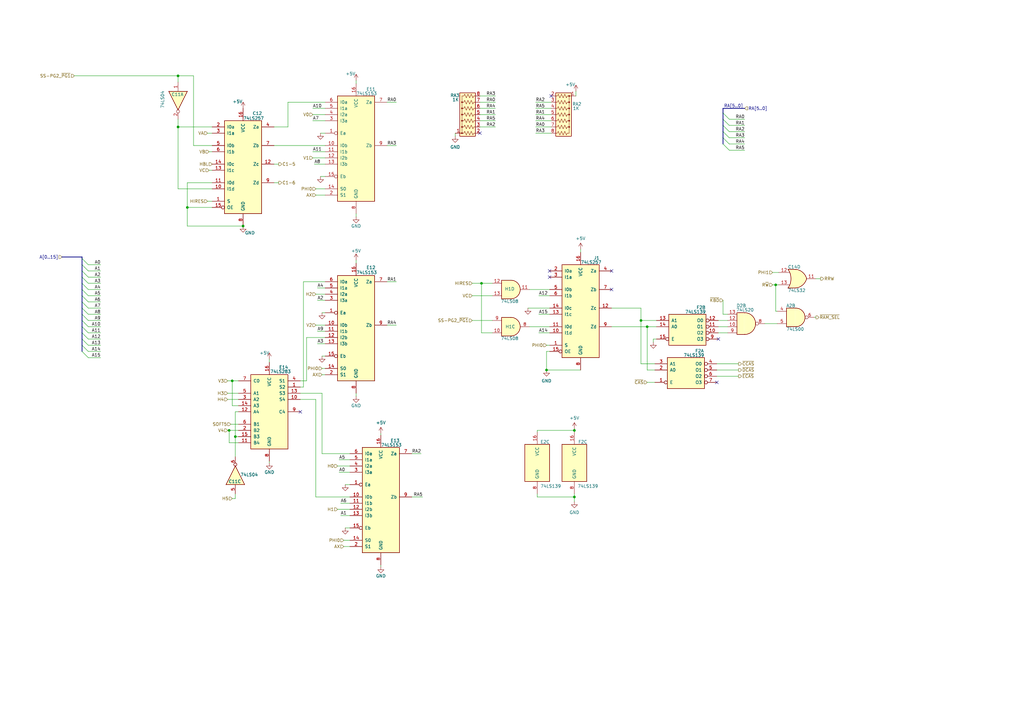
<source format=kicad_sch>
(kicad_sch (version 20230121) (generator eeschema)
  (paper "A3")
  (title_block (title "Apple II+ Schematic") (rev "0") (comment 1 "Captured from the Apple II Reference Manual (1979)"))
  (lib_symbols
    (symbol "74xx:74LS00" (pin_names (offset 1.016))
      (property "Reference" "U" (at 0 1.27 0))
      (property "Value" "74LS00" (at 0 -1.27 0))
      (symbol "74LS00_1_1"
        (pin input line (at -7.62 2.54 0) (length 3.81) (name "~") (number "1"))
        (pin input line (at -7.62 -2.54 0) (length 3.81) (name "~") (number "2"))
        (pin output inverted (at 7.62 0 180) (length 3.81) (name "~") (number "3"))
      )
      (symbol "74LS00_1_2"
        (pin input inverted (at -7.62 2.54 0) (length 4.318) (name "~") (number "1"))
        (pin input inverted (at -7.62 -2.54 0) (length 4.318) (name "~") (number "2"))
        (pin output line (at 7.62 0 180) (length 3.81) (name "~") (number "3"))
      )
      (symbol "74LS00_2_1"
        (pin input line (at -7.62 2.54 0) (length 3.81) (name "~") (number "4"))
        (pin input line (at -7.62 -2.54 0) (length 3.81) (name "~") (number "5"))
        (pin output inverted (at 7.62 0 180) (length 3.81) (name "~") (number "6"))
      )
      (symbol "74LS00_2_2"
        (pin input inverted (at -7.62 2.54 0) (length 4.318) (name "~") (number "4"))
        (pin input inverted (at -7.62 -2.54 0) (length 4.318) (name "~") (number "5"))
        (pin output line (at 7.62 0 180) (length 3.81) (name "~") (number "6"))
      )
      (symbol "74LS00_3_1"
        (pin input line (at -7.62 -2.54 0) (length 3.81) (name "~") (number "10"))
        (pin output inverted (at 7.62 0 180) (length 3.81) (name "~") (number "8"))
        (pin input line (at -7.62 2.54 0) (length 3.81) (name "~") (number "9"))
      )
      (symbol "74LS00_3_2"
        (pin input inverted (at -7.62 -2.54 0) (length 4.318) (name "~") (number "10"))
        (pin output line (at 7.62 0 180) (length 3.81) (name "~") (number "8"))
        (pin input inverted (at -7.62 2.54 0) (length 4.318) (name "~") (number "9"))
      )
      (symbol "74LS00_4_1"
        (pin output inverted (at 7.62 0 180) (length 3.81) (name "~") (number "11"))
        (pin input line (at -7.62 2.54 0) (length 3.81) (name "~") (number "12"))
        (pin input line (at -7.62 -2.54 0) (length 3.81) (name "~") (number "13"))
      )
      (symbol "74LS00_4_2"
        (pin output line (at 7.62 0 180) (length 3.81) (name "~") (number "11"))
        (pin input inverted (at -7.62 2.54 0) (length 4.318) (name "~") (number "12"))
        (pin input inverted (at -7.62 -2.54 0) (length 4.318) (name "~") (number "13"))
      )
      (symbol "74LS00_5_0"
        (pin power_in line (at 0 12.7 270) (length 5.08) (name "VCC") (number "14"))
        (pin power_in line (at 0 -12.7 90) (length 5.08) (name "GND") (number "7"))
      )
    )
    (symbol "74xx:74LS04"
      (property "Reference" "U" (at 0 1.27 0))
      (property "Value" "74LS04" (at 0 -1.27 0))
      (symbol "74LS04_1_0"
        (pin input line (at -7.62 0 0) (length 3.81) (name "~") (number "1"))
        (pin output inverted (at 7.62 0 180) (length 3.81) (name "~") (number "2"))
      )
      (symbol "74LS04_2_0"
        (pin input line (at -7.62 0 0) (length 3.81) (name "~") (number "3"))
        (pin output inverted (at 7.62 0 180) (length 3.81) (name "~") (number "4"))
      )
      (symbol "74LS04_3_0"
        (pin input line (at -7.62 0 0) (length 3.81) (name "~") (number "5"))
        (pin output inverted (at 7.62 0 180) (length 3.81) (name "~") (number "6"))
      )
      (symbol "74LS04_4_0"
        (pin output inverted (at 7.62 0 180) (length 3.81) (name "~") (number "8"))
        (pin input line (at -7.62 0 0) (length 3.81) (name "~") (number "9"))
      )
      (symbol "74LS04_5_0"
        (pin output inverted (at 7.62 0 180) (length 3.81) (name "~") (number "10"))
        (pin input line (at -7.62 0 0) (length 3.81) (name "~") (number "11"))
      )
      (symbol "74LS04_6_0"
        (pin output inverted (at 7.62 0 180) (length 3.81) (name "~") (number "12"))
        (pin input line (at -7.62 0 0) (length 3.81) (name "~") (number "13"))
      )
      (symbol "74LS04_7_0"
        (pin power_in line (at 0 12.7 270) (length 5.08) (name "VCC") (number "14"))
        (pin power_in line (at 0 -12.7 90) (length 5.08) (name "GND") (number "7"))
      )
    )
    (symbol "74xx:74LS08" (pin_names (offset 1.016))
      (property "Reference" "U" (at 0 1.27 0))
      (property "Value" "74LS08" (at 0 -1.27 0))
      (symbol "74LS08_1_1"
        (pin input line (at -7.62 2.54 0) (length 3.81) (name "~") (number "1"))
        (pin input line (at -7.62 -2.54 0) (length 3.81) (name "~") (number "2"))
        (pin output line (at 7.62 0 180) (length 3.81) (name "~") (number "3"))
      )
      (symbol "74LS08_1_2"
        (pin input inverted (at -7.62 2.54 0) (length 4.318) (name "~") (number "1"))
        (pin input inverted (at -7.62 -2.54 0) (length 4.318) (name "~") (number "2"))
        (pin output inverted (at 7.62 0 180) (length 3.81) (name "~") (number "3"))
      )
      (symbol "74LS08_2_1"
        (pin input line (at -7.62 2.54 0) (length 3.81) (name "~") (number "4"))
        (pin input line (at -7.62 -2.54 0) (length 3.81) (name "~") (number "5"))
        (pin output line (at 7.62 0 180) (length 3.81) (name "~") (number "6"))
      )
      (symbol "74LS08_2_2"
        (pin input inverted (at -7.62 2.54 0) (length 4.318) (name "~") (number "4"))
        (pin input inverted (at -7.62 -2.54 0) (length 4.318) (name "~") (number "5"))
        (pin output inverted (at 7.62 0 180) (length 3.81) (name "~") (number "6"))
      )
      (symbol "74LS08_3_1"
        (pin input line (at -7.62 -2.54 0) (length 3.81) (name "~") (number "10"))
        (pin output line (at 7.62 0 180) (length 3.81) (name "~") (number "8"))
        (pin input line (at -7.62 2.54 0) (length 3.81) (name "~") (number "9"))
      )
      (symbol "74LS08_3_2"
        (pin input inverted (at -7.62 -2.54 0) (length 4.318) (name "~") (number "10"))
        (pin output inverted (at 7.62 0 180) (length 3.81) (name "~") (number "8"))
        (pin input inverted (at -7.62 2.54 0) (length 4.318) (name "~") (number "9"))
      )
      (symbol "74LS08_4_1"
        (pin output line (at 7.62 0 180) (length 3.81) (name "~") (number "11"))
        (pin input line (at -7.62 2.54 0) (length 3.81) (name "~") (number "12"))
        (pin input line (at -7.62 -2.54 0) (length 3.81) (name "~") (number "13"))
      )
      (symbol "74LS08_4_2"
        (pin output inverted (at 7.62 0 180) (length 3.81) (name "~") (number "11"))
        (pin input inverted (at -7.62 2.54 0) (length 4.318) (name "~") (number "12"))
        (pin input inverted (at -7.62 -2.54 0) (length 4.318) (name "~") (number "13"))
      )
      (symbol "74LS08_5_0"
        (pin power_in line (at 0 12.7 270) (length 5.08) (name "VCC") (number "14"))
        (pin power_in line (at 0 -12.7 90) (length 5.08) (name "GND") (number "7"))
      )
    )
    (symbol "74xx:74LS139" (pin_names (offset 1.016))
      (property "Reference" "U" (at -7.62 8.89 0))
      (property "Value" "74LS139" (at -7.62 -8.89 0))
      (symbol "74LS139_1_0"
        (pin input inverted (at -12.7 -5.08 0) (length 5.08) (name "E") (number "1"))
        (pin input line (at -12.7 0 0) (length 5.08) (name "A0") (number "2"))
        (pin input line (at -12.7 2.54 0) (length 5.08) (name "A1") (number "3"))
        (pin output inverted (at 12.7 2.54 180) (length 5.08) (name "O0") (number "4"))
        (pin output inverted (at 12.7 0 180) (length 5.08) (name "O1") (number "5"))
        (pin output inverted (at 12.7 -2.54 180) (length 5.08) (name "O2") (number "6"))
        (pin output inverted (at 12.7 -5.08 180) (length 5.08) (name "O3") (number "7"))
      )
      (symbol "74LS139_2_0"
        (pin output inverted (at 12.7 -2.54 180) (length 5.08) (name "O2") (number "10"))
        (pin output inverted (at 12.7 0 180) (length 5.08) (name "O1") (number "11"))
        (pin output inverted (at 12.7 2.54 180) (length 5.08) (name "O0") (number "12"))
        (pin input line (at -12.7 2.54 0) (length 5.08) (name "A1") (number "13"))
        (pin input line (at -12.7 0 0) (length 5.08) (name "A0") (number "14"))
        (pin input inverted (at -12.7 -5.08 0) (length 5.08) (name "E") (number "15"))
        (pin output inverted (at 12.7 -5.08 180) (length 5.08) (name "O3") (number "9"))
      )
      (symbol "74LS139_3_0"
        (pin power_in line (at 0 12.7 270) (length 5.08) (name "VCC") (number "16"))
        (pin power_in line (at 0 -12.7 90) (length 5.08) (name "GND") (number "8"))
      )
    )
    (symbol "74xx:74LS153" (pin_names (offset 1.016))
      (property "Reference" "U" (at -7.62 21.59 0))
      (property "Value" "74LS153" (at -7.62 -24.13 0))
      (symbol "74LS153_1_0"
        (pin input inverted (at -12.7 5.08 0) (length 5.08) (name "Ea") (number "1"))
        (pin input line (at -12.7 0 0) (length 5.08) (name "I0b") (number "10"))
        (pin input line (at -12.7 -2.54 0) (length 5.08) (name "I1b") (number "11"))
        (pin input line (at -12.7 -5.08 0) (length 5.08) (name "I2b") (number "12"))
        (pin input line (at -12.7 -7.62 0) (length 5.08) (name "I3b") (number "13"))
        (pin input line (at -12.7 -17.78 0) (length 5.08) (name "S0") (number "14"))
        (pin input inverted (at -12.7 -12.7 0) (length 5.08) (name "Eb") (number "15"))
        (pin power_in line (at 0 25.4 270) (length 5.08) (name "VCC") (number "16"))
        (pin input line (at -12.7 -20.32 0) (length 5.08) (name "S1") (number "2"))
        (pin input line (at -12.7 10.16 0) (length 5.08) (name "I3a") (number "3"))
        (pin input line (at -12.7 12.7 0) (length 5.08) (name "I2a") (number "4"))
        (pin input line (at -12.7 15.24 0) (length 5.08) (name "I1a") (number "5"))
        (pin input line (at -12.7 17.78 0) (length 5.08) (name "I0a") (number "6"))
        (pin output line (at 12.7 17.78 180) (length 5.08) (name "Za") (number "7"))
        (pin power_in line (at 0 -27.94 90) (length 5.08) (name "GND") (number "8"))
        (pin output line (at 12.7 0 180) (length 5.08) (name "Zb") (number "9"))
      )
    )
    (symbol "74xx:74LS20" (pin_names (offset 1.016))
      (property "Reference" "U" (at 0 1.27 0))
      (property "Value" "74LS20" (at 0 -1.27 0))
      (symbol "74LS20_1_1"
        (pin input line (at -7.62 3.81 0) (length 3.81) (name "~") (number "1"))
        (pin input line (at -7.62 1.27 0) (length 3.81) (name "~") (number "2"))
        (pin input line (at -7.62 -1.27 0) (length 3.81) (name "~") (number "4"))
        (pin input line (at -7.62 -3.81 0) (length 3.81) (name "~") (number "5"))
        (pin output inverted (at 7.62 0 180) (length 3.81) (name "~") (number "6"))
      )
      (symbol "74LS20_1_2"
        (pin input inverted (at -7.62 3.81 0) (length 3.81) (name "~") (number "1"))
        (pin input inverted (at -7.62 1.27 0) (length 4.826) (name "~") (number "2"))
        (pin input inverted (at -7.62 -1.27 0) (length 4.826) (name "~") (number "4"))
        (pin input inverted (at -7.62 -3.81 0) (length 3.81) (name "~") (number "5"))
        (pin output line (at 7.62 0 180) (length 3.81) (name "~") (number "6"))
      )
      (symbol "74LS20_2_1"
        (pin input line (at -7.62 1.27 0) (length 3.81) (name "~") (number "10"))
        (pin input line (at -7.62 -1.27 0) (length 3.81) (name "~") (number "12"))
        (pin input line (at -7.62 -3.81 0) (length 3.81) (name "~") (number "13"))
        (pin output inverted (at 7.62 0 180) (length 3.81) (name "~") (number "8"))
        (pin input line (at -7.62 3.81 0) (length 3.81) (name "~") (number "9"))
      )
      (symbol "74LS20_2_2"
        (pin input inverted (at -7.62 1.27 0) (length 4.826) (name "~") (number "10"))
        (pin input inverted (at -7.62 -1.27 0) (length 4.826) (name "~") (number "12"))
        (pin input inverted (at -7.62 -3.81 0) (length 3.81) (name "~") (number "13"))
        (pin output line (at 7.62 0 180) (length 3.81) (name "~") (number "8"))
        (pin input inverted (at -7.62 3.81 0) (length 3.81) (name "~") (number "9"))
      )
      (symbol "74LS20_3_0"
        (pin power_in line (at 0 12.7 270) (length 5.08) (name "VCC") (number "14"))
        (pin power_in line (at 0 -12.7 90) (length 5.08) (name "GND") (number "7"))
      )
    )
    (symbol "74xx:74LS257" (pin_names (offset 1.016))
      (property "Reference" "U" (at -7.62 19.05 0))
      (property "Value" "74LS257" (at -7.62 -21.59 0))
      (symbol "74LS257_1_0"
        (pin input line (at -12.7 -15.24 0) (length 5.08) (name "S") (number "1"))
        (pin input line (at -12.7 -10.16 0) (length 5.08) (name "I1d") (number "10"))
        (pin input line (at -12.7 -7.62 0) (length 5.08) (name "I0d") (number "11"))
        (pin tri_state line (at 12.7 0 180) (length 5.08) (name "Zc") (number "12"))
        (pin input line (at -12.7 -2.54 0) (length 5.08) (name "I1c") (number "13"))
        (pin input line (at -12.7 0 0) (length 5.08) (name "I0c") (number "14"))
        (pin input inverted (at -12.7 -17.78 0) (length 5.08) (name "OE") (number "15"))
        (pin power_in line (at 0 22.86 270) (length 5.08) (name "VCC") (number "16"))
        (pin input line (at -12.7 15.24 0) (length 5.08) (name "I0a") (number "2"))
        (pin input line (at -12.7 12.7 0) (length 5.08) (name "I1a") (number "3"))
        (pin tri_state line (at 12.7 15.24 180) (length 5.08) (name "Za") (number "4"))
        (pin input line (at -12.7 7.62 0) (length 5.08) (name "I0b") (number "5"))
        (pin input line (at -12.7 5.08 0) (length 5.08) (name "I1b") (number "6"))
        (pin tri_state line (at 12.7 7.62 180) (length 5.08) (name "Zb") (number "7"))
        (pin power_in line (at 0 -25.4 90) (length 5.08) (name "GND") (number "8"))
        (pin tri_state line (at 12.7 -7.62 180) (length 5.08) (name "Zd") (number "9"))
      )
    )
    (symbol "74xx:74LS283" (pin_names (offset 1.016))
      (property "Reference" "U" (at -7.62 16.51 0))
      (property "Value" "74LS283" (at -7.62 -16.51 0))
      (symbol "74LS283_1_0"
        (pin output line (at 12.7 10.16 180) (length 5.08) (name "S2") (number "1"))
        (pin output line (at 12.7 5.08 180) (length 5.08) (name "S4") (number "10"))
        (pin input line (at -12.7 -12.7 0) (length 5.08) (name "B4") (number "11"))
        (pin input line (at -12.7 0 0) (length 5.08) (name "A4") (number "12"))
        (pin output line (at 12.7 7.62 180) (length 5.08) (name "S3") (number "13"))
        (pin input line (at -12.7 2.54 0) (length 5.08) (name "A3") (number "14"))
        (pin input line (at -12.7 -10.16 0) (length 5.08) (name "B3") (number "15"))
        (pin power_in line (at 0 20.32 270) (length 5.08) (name "VCC") (number "16"))
        (pin input line (at -12.7 -7.62 0) (length 5.08) (name "B2") (number "2"))
        (pin input line (at -12.7 5.08 0) (length 5.08) (name "A2") (number "3"))
        (pin output line (at 12.7 12.7 180) (length 5.08) (name "S1") (number "4"))
        (pin input line (at -12.7 7.62 0) (length 5.08) (name "A1") (number "5"))
        (pin input line (at -12.7 -5.08 0) (length 5.08) (name "B1") (number "6"))
        (pin input line (at -12.7 12.7 0) (length 5.08) (name "C0") (number "7"))
        (pin power_in line (at 0 -20.32 90) (length 5.08) (name "GND") (number "8"))
        (pin output line (at 12.7 0 180) (length 5.08) (name "C4") (number "9"))
      )
    )
    (symbol "74xx:74LS32" (pin_names (offset 1.016))
      (property "Reference" "U" (at 0 1.27 0))
      (property "Value" "74LS32" (at 0 -1.27 0))
      (symbol "74LS32_1_1"
        (pin input line (at -7.62 2.54 0) (length 4.318) (name "~") (number "1"))
        (pin input line (at -7.62 -2.54 0) (length 4.318) (name "~") (number "2"))
        (pin output line (at 7.62 0 180) (length 3.81) (name "~") (number "3"))
      )
      (symbol "74LS32_1_2"
        (pin input inverted (at -7.62 2.54 0) (length 3.81) (name "~") (number "1"))
        (pin input inverted (at -7.62 -2.54 0) (length 3.81) (name "~") (number "2"))
        (pin output inverted (at 7.62 0 180) (length 3.81) (name "~") (number "3"))
      )
      (symbol "74LS32_2_1"
        (pin input line (at -7.62 2.54 0) (length 4.318) (name "~") (number "4"))
        (pin input line (at -7.62 -2.54 0) (length 4.318) (name "~") (number "5"))
        (pin output line (at 7.62 0 180) (length 3.81) (name "~") (number "6"))
      )
      (symbol "74LS32_2_2"
        (pin input inverted (at -7.62 2.54 0) (length 3.81) (name "~") (number "4"))
        (pin input inverted (at -7.62 -2.54 0) (length 3.81) (name "~") (number "5"))
        (pin output inverted (at 7.62 0 180) (length 3.81) (name "~") (number "6"))
      )
      (symbol "74LS32_3_1"
        (pin input line (at -7.62 -2.54 0) (length 4.318) (name "~") (number "10"))
        (pin output line (at 7.62 0 180) (length 3.81) (name "~") (number "8"))
        (pin input line (at -7.62 2.54 0) (length 4.318) (name "~") (number "9"))
      )
      (symbol "74LS32_3_2"
        (pin input inverted (at -7.62 -2.54 0) (length 3.81) (name "~") (number "10"))
        (pin output inverted (at 7.62 0 180) (length 3.81) (name "~") (number "8"))
        (pin input inverted (at -7.62 2.54 0) (length 3.81) (name "~") (number "9"))
      )
      (symbol "74LS32_4_1"
        (pin output line (at 7.62 0 180) (length 3.81) (name "~") (number "11"))
        (pin input line (at -7.62 2.54 0) (length 4.318) (name "~") (number "12"))
        (pin input line (at -7.62 -2.54 0) (length 4.318) (name "~") (number "13"))
      )
      (symbol "74LS32_4_2"
        (pin output inverted (at 7.62 0 180) (length 3.81) (name "~") (number "11"))
        (pin input inverted (at -7.62 2.54 0) (length 3.81) (name "~") (number "12"))
        (pin input inverted (at -7.62 -2.54 0) (length 3.81) (name "~") (number "13"))
      )
      (symbol "74LS32_5_0"
        (pin power_in line (at 0 12.7 270) (length 5.08) (name "VCC") (number "14"))
        (pin power_in line (at 0 -12.7 90) (length 5.08) (name "GND") (number "7"))
      )
    )
    (symbol "Device:R_Network07_US" (pin_names (offset 0) hide)
      (property "Reference" "RN" (at -10.16 0 90))
      (property "Value" "R_Network07_US" (at 10.16 0 90))
      (symbol "R_Network07_US_1_1"
        (pin passive line (at -7.62 5.08 270) (length 2.54) (name "common") (number "1"))
        (pin passive line (at -7.62 -5.08 90) (length 1.27) (name "R1") (number "2"))
        (pin passive line (at -5.08 -5.08 90) (length 1.27) (name "R2") (number "3"))
        (pin passive line (at -2.54 -5.08 90) (length 1.27) (name "R3") (number "4"))
        (pin passive line (at 0 -5.08 90) (length 1.27) (name "R4") (number "5"))
        (pin passive line (at 2.54 -5.08 90) (length 1.27) (name "R5") (number "6"))
        (pin passive line (at 5.08 -5.08 90) (length 1.27) (name "R6") (number "7"))
        (pin passive line (at 7.62 -5.08 90) (length 1.27) (name "R7") (number "8"))
      )
    )
    (symbol "power:+5V" (power) (pin_names (offset 0))
      (property "Value" "+5V" (at 0 3.556 0))
      (symbol "+5V_1_1"
        (pin power_in line (at 0 0 90) (length 0) hide (name "+5V") (number "1"))
      )
    )
    (symbol "power:GND" (power) (pin_names (offset 0))
      (property "Value" "GND" (at 0 -3.81 0))
      (symbol "GND_1_1"
        (pin power_in line (at 0 0 270) (length 0) hide (name "GND") (number "1"))
      )
    )
  )
  (junction (at 235.585 203.835))
  (junction (at 93.98 176.53))
  (junction (at 73.025 31.115))
  (junction (at 224.155 151.765))
  (junction (at 95.25 156.21))
  (junction (at 197.485 116.205))
  (junction (at 99.695 92.71))
  (junction (at 265.43 133.985))
  (junction (at 96.52 179.07))
  (junction (at 73.025 52.07))
  (junction (at 318.135 116.84))
  (junction (at 235.585 176.53))
  (junction (at 76.835 85.09))
  (junction (at 262.89 131.445))
  (no_connect (at 225.425 111.125))
  (no_connect (at 250.825 111.125))
  (no_connect (at 196.85 54.61))
  (no_connect (at 123.19 168.91))
  (no_connect (at 226.06 39.37))
  (no_connect (at 294.64 139.065))
  (no_connect (at 250.825 118.745))
  (no_connect (at 225.425 113.665))
  (no_connect (at 294.005 156.845))
  (bus_entry (at 33.655 133.985) (size 2.54 2.54))
  (bus_entry (at 33.655 111.125) (size 2.54 2.54))
  (bus_entry (at 33.655 121.285) (size 2.54 2.54))
  (bus_entry (at 33.655 108.585) (size 2.54 2.54))
  (bus_entry (at 296.545 53.975) (size 2.54 2.54))
  (bus_entry (at 33.655 144.145) (size 2.54 2.54))
  (bus_entry (at 33.655 113.665) (size 2.54 2.54))
  (bus_entry (at 33.655 139.065) (size 2.54 2.54))
  (bus_entry (at 296.545 48.895) (size 2.54 2.54))
  (bus_entry (at 33.655 116.205) (size 2.54 2.54))
  (bus_entry (at 33.655 106.045) (size 2.54 2.54))
  (bus_entry (at 33.655 141.605) (size 2.54 2.54))
  (bus_entry (at 296.545 56.515) (size 2.54 2.54))
  (bus_entry (at 33.655 131.445) (size 2.54 2.54))
  (bus_entry (at 33.655 126.365) (size 2.54 2.54))
  (bus_entry (at 296.545 59.055) (size 2.54 2.54))
  (bus_entry (at 296.545 46.355) (size 2.54 2.54))
  (bus_entry (at 296.545 51.435) (size 2.54 2.54))
  (bus_entry (at 33.655 123.825) (size 2.54 2.54))
  (bus_entry (at 33.655 118.745) (size 2.54 2.54))
  (bus_entry (at 33.655 128.905) (size 2.54 2.54))
  (bus_entry (at 33.655 136.525) (size 2.54 2.54))
  (wire (pts (xy 130.175 118.11) (xy 133.35 118.11)))
  (wire (pts (xy 36.195 118.745) (xy 41.275 118.745)))
  (bus (pts (xy 296.545 46.355) (xy 296.545 44.45)))
  (wire (pts (xy 96.52 168.91) (xy 96.52 179.07)))
  (bus (pts (xy 33.655 121.285) (xy 33.655 118.745)))
  (wire (pts (xy 146.05 162.56) (xy 146.05 161.29)))
  (bus (pts (xy 33.655 118.745) (xy 33.655 116.205)))
  (wire (pts (xy 130.175 135.89) (xy 133.35 135.89)))
  (wire (pts (xy 265.43 151.765) (xy 265.43 133.985)))
  (wire (pts (xy 219.71 49.53) (xy 226.06 49.53)))
  (wire (pts (xy 262.89 131.445) (xy 269.24 131.445)))
  (wire (pts (xy 224.155 144.145) (xy 224.155 151.765)))
  (wire (pts (xy 36.195 136.525) (xy 41.275 136.525)))
  (wire (pts (xy 262.89 149.225) (xy 268.605 149.225)))
  (wire (pts (xy 296.545 123.19) (xy 296.545 128.905)))
  (wire (pts (xy 124.46 115.57) (xy 133.35 115.57)))
  (wire (pts (xy 139.065 188.595) (xy 143.51 188.595)))
  (wire (pts (xy 224.155 141.605) (xy 225.425 141.605)))
  (wire (pts (xy 36.195 121.285) (xy 41.275 121.285)))
  (wire (pts (xy 318.135 127.635) (xy 318.77 127.635)))
  (wire (pts (xy 139.7 211.455) (xy 143.51 211.455)))
  (wire (pts (xy 86.995 77.47) (xy 73.025 77.47)))
  (wire (pts (xy 128.27 49.53) (xy 133.35 49.53)))
  (wire (pts (xy 125.73 156.21) (xy 125.73 138.43)))
  (wire (pts (xy 305.435 48.895) (xy 299.085 48.895)))
  (wire (pts (xy 162.56 115.57) (xy 158.75 115.57)))
  (wire (pts (xy 132.08 151.13) (xy 133.35 151.13)))
  (wire (pts (xy 132.08 161.29) (xy 132.08 186.055)))
  (wire (pts (xy 220.345 202.565) (xy 220.345 203.835)))
  (wire (pts (xy 129.54 163.83) (xy 129.54 203.835)))
  (bus (pts (xy 296.545 48.895) (xy 296.545 46.355)))
  (wire (pts (xy 219.71 52.07) (xy 226.06 52.07)))
  (wire (pts (xy 268.605 151.765) (xy 265.43 151.765)))
  (wire (pts (xy 36.195 113.665) (xy 41.275 113.665)))
  (wire (pts (xy 96.52 187.325) (xy 96.52 179.07)))
  (wire (pts (xy 112.395 67.31) (xy 114.3 67.31)))
  (wire (pts (xy 305.435 53.975) (xy 299.085 53.975)))
  (wire (pts (xy 93.98 181.61) (xy 97.79 181.61)))
  (wire (pts (xy 305.435 59.055) (xy 299.085 59.055)))
  (wire (pts (xy 220.345 176.53) (xy 235.585 176.53)))
  (wire (pts (xy 318.135 116.84) (xy 319.405 116.84)))
  (wire (pts (xy 203.2 52.07) (xy 196.85 52.07)))
  (wire (pts (xy 130.175 123.19) (xy 133.35 123.19)))
  (wire (pts (xy 294.64 131.445) (xy 298.45 131.445)))
  (wire (pts (xy 140.97 224.155) (xy 143.51 224.155)))
  (wire (pts (xy 220.345 177.165) (xy 220.345 176.53)))
  (bus (pts (xy 33.655 116.205) (xy 33.655 113.665)))
  (wire (pts (xy 129.54 133.35) (xy 133.35 133.35)))
  (wire (pts (xy 93.345 163.83) (xy 97.79 163.83)))
  (wire (pts (xy 79.375 59.69) (xy 79.375 31.115)))
  (wire (pts (xy 141.605 216.535) (xy 143.51 216.535)))
  (wire (pts (xy 97.79 168.91) (xy 96.52 168.91)))
  (wire (pts (xy 86.995 59.69) (xy 79.375 59.69)))
  (wire (pts (xy 93.345 156.21) (xy 95.25 156.21)))
  (wire (pts (xy 85.725 62.23) (xy 86.995 62.23)))
  (wire (pts (xy 141.605 198.755) (xy 143.51 198.755)))
  (bus (pts (xy 33.655 106.045) (xy 33.655 105.41)))
  (wire (pts (xy 235.585 176.53) (xy 235.585 177.165)))
  (wire (pts (xy 93.345 161.29) (xy 97.79 161.29)))
  (wire (pts (xy 86.995 74.93) (xy 76.835 74.93)))
  (wire (pts (xy 193.675 121.285) (xy 201.93 121.285)))
  (wire (pts (xy 294.64 136.525) (xy 298.45 136.525)))
  (wire (pts (xy 156.21 232.41) (xy 156.21 231.775)))
  (wire (pts (xy 139.065 193.675) (xy 143.51 193.675)))
  (wire (pts (xy 128.27 44.45) (xy 133.35 44.45)))
  (wire (pts (xy 318.135 116.84) (xy 318.135 127.635)))
  (wire (pts (xy 36.195 146.685) (xy 41.275 146.685)))
  (wire (pts (xy 125.73 138.43) (xy 133.35 138.43)))
  (wire (pts (xy 220.98 121.285) (xy 225.425 121.285)))
  (wire (pts (xy 118.11 41.91) (xy 118.11 52.07)))
  (wire (pts (xy 36.195 111.125) (xy 41.275 111.125)))
  (wire (pts (xy 146.05 33.02) (xy 146.05 34.29)))
  (wire (pts (xy 305.435 56.515) (xy 299.085 56.515)))
  (wire (pts (xy 36.195 128.905) (xy 41.275 128.905)))
  (wire (pts (xy 129.54 80.01) (xy 133.35 80.01)))
  (wire (pts (xy 123.19 161.29) (xy 132.08 161.29)))
  (wire (pts (xy 197.485 136.525) (xy 201.93 136.525)))
  (wire (pts (xy 73.025 31.115) (xy 73.025 33.655)))
  (wire (pts (xy 73.025 52.07) (xy 86.995 52.07)))
  (wire (pts (xy 250.825 133.985) (xy 265.43 133.985)))
  (wire (pts (xy 219.71 54.61) (xy 226.06 54.61)))
  (bus (pts (xy 33.655 136.525) (xy 33.655 133.985)))
  (wire (pts (xy 138.43 208.915) (xy 143.51 208.915)))
  (wire (pts (xy 168.91 203.835) (xy 173.355 203.835)))
  (wire (pts (xy 36.195 131.445) (xy 41.275 131.445)))
  (wire (pts (xy 36.195 116.205) (xy 41.275 116.205)))
  (wire (pts (xy 36.195 144.145) (xy 41.275 144.145)))
  (wire (pts (xy 217.17 133.985) (xy 225.425 133.985)))
  (wire (pts (xy 220.98 136.525) (xy 225.425 136.525)))
  (wire (pts (xy 294.64 133.985) (xy 298.45 133.985)))
  (wire (pts (xy 219.71 46.99) (xy 226.06 46.99)))
  (wire (pts (xy 238.125 102.235) (xy 238.125 103.505)))
  (wire (pts (xy 110.49 189.23) (xy 110.49 189.865)))
  (wire (pts (xy 129.54 203.835) (xy 143.51 203.835)))
  (wire (pts (xy 334.01 130.175) (xy 334.645 130.175)))
  (wire (pts (xy 36.195 139.065) (xy 41.275 139.065)))
  (wire (pts (xy 305.435 61.595) (xy 299.085 61.595)))
  (wire (pts (xy 334.645 114.3) (xy 336.55 114.3)))
  (wire (pts (xy 128.27 62.23) (xy 133.35 62.23)))
  (wire (pts (xy 96.52 204.47) (xy 96.52 202.565)))
  (wire (pts (xy 140.97 221.615) (xy 143.51 221.615)))
  (wire (pts (xy 224.155 144.145) (xy 225.425 144.145)))
  (bus (pts (xy 33.655 113.665) (xy 33.655 111.125)))
  (wire (pts (xy 203.2 46.99) (xy 196.85 46.99)))
  (wire (pts (xy 36.195 133.985) (xy 41.275 133.985)))
  (wire (pts (xy 235.585 202.565) (xy 235.585 203.835)))
  (wire (pts (xy 133.35 41.91) (xy 118.11 41.91)))
  (wire (pts (xy 73.025 77.47) (xy 73.025 52.07)))
  (wire (pts (xy 138.43 191.135) (xy 143.51 191.135)))
  (wire (pts (xy 93.98 176.53) (xy 93.98 181.61)))
  (wire (pts (xy 162.56 133.35) (xy 158.75 133.35)))
  (bus (pts (xy 25.4 105.41) (xy 33.655 105.41)))
  (wire (pts (xy 262.89 131.445) (xy 262.89 149.225)))
  (wire (pts (xy 76.835 85.09) (xy 76.835 92.71)))
  (wire (pts (xy 132.08 146.05) (xy 133.35 146.05)))
  (wire (pts (xy 168.91 186.055) (xy 172.72 186.055)))
  (wire (pts (xy 158.75 59.69) (xy 162.56 59.69)))
  (wire (pts (xy 76.835 92.71) (xy 99.695 92.71)))
  (wire (pts (xy 316.865 111.76) (xy 319.405 111.76)))
  (wire (pts (xy 129.54 77.47) (xy 133.35 77.47)))
  (wire (pts (xy 219.71 41.91) (xy 226.06 41.91)))
  (wire (pts (xy 265.43 156.845) (xy 268.605 156.845)))
  (wire (pts (xy 95.25 166.37) (xy 97.79 166.37)))
  (wire (pts (xy 132.08 153.67) (xy 133.35 153.67)))
  (wire (pts (xy 118.11 52.07) (xy 112.395 52.07)))
  (wire (pts (xy 296.545 128.905) (xy 298.45 128.905)))
  (wire (pts (xy 73.025 48.895) (xy 73.025 52.07)))
  (wire (pts (xy 36.195 126.365) (xy 41.275 126.365)))
  (bus (pts (xy 33.655 111.125) (xy 33.655 108.585)))
  (wire (pts (xy 36.195 123.825) (xy 41.275 123.825)))
  (wire (pts (xy 112.395 59.69) (xy 133.35 59.69)))
  (wire (pts (xy 316.865 116.84) (xy 318.135 116.84)))
  (bus (pts (xy 296.545 59.055) (xy 296.545 56.515)))
  (wire (pts (xy 203.2 39.37) (xy 196.85 39.37)))
  (wire (pts (xy 193.675 116.205) (xy 197.485 116.205)))
  (wire (pts (xy 30.48 31.115) (xy 73.025 31.115)))
  (bus (pts (xy 33.655 133.985) (xy 33.655 131.445)))
  (bus (pts (xy 33.655 139.065) (xy 33.655 136.525)))
  (bus (pts (xy 296.545 51.435) (xy 296.545 48.895)))
  (wire (pts (xy 186.69 55.88) (xy 186.69 54.61)))
  (wire (pts (xy 139.7 206.375) (xy 143.51 206.375)))
  (wire (pts (xy 131.445 54.61) (xy 133.35 54.61)))
  (wire (pts (xy 236.22 37.465) (xy 236.22 39.37)))
  (wire (pts (xy 95.25 204.47) (xy 96.52 204.47)))
  (wire (pts (xy 224.155 151.765) (xy 238.125 151.765)))
  (wire (pts (xy 265.43 133.985) (xy 269.24 133.985)))
  (wire (pts (xy 93.345 176.53) (xy 93.98 176.53)))
  (wire (pts (xy 112.395 74.93) (xy 114.3 74.93)))
  (wire (pts (xy 193.675 131.445) (xy 201.93 131.445)))
  (wire (pts (xy 294.005 151.765) (xy 302.895 151.765)))
  (bus (pts (xy 33.655 128.905) (xy 33.655 126.365)))
  (bus (pts (xy 33.655 141.605) (xy 33.655 139.065)))
  (bus (pts (xy 296.545 44.45) (xy 305.435 44.45)))
  (wire (pts (xy 217.17 118.745) (xy 225.425 118.745)))
  (bus (pts (xy 296.545 53.975) (xy 296.545 51.435)))
  (wire (pts (xy 132.08 128.27) (xy 133.35 128.27)))
  (wire (pts (xy 302.895 149.225) (xy 294.005 149.225)))
  (wire (pts (xy 85.09 54.61) (xy 86.995 54.61)))
  (wire (pts (xy 197.485 116.205) (xy 201.93 116.205)))
  (wire (pts (xy 85.09 82.55) (xy 86.995 82.55)))
  (wire (pts (xy 203.2 44.45) (xy 196.85 44.45)))
  (wire (pts (xy 97.79 176.53) (xy 93.98 176.53)))
  (wire (pts (xy 85.725 69.85) (xy 86.995 69.85)))
  (wire (pts (xy 128.27 64.77) (xy 133.35 64.77)))
  (wire (pts (xy 95.25 156.21) (xy 97.79 156.21)))
  (wire (pts (xy 146.05 87.63) (xy 146.05 88.9)))
  (wire (pts (xy 313.69 132.715) (xy 318.77 132.715)))
  (wire (pts (xy 124.46 158.75) (xy 124.46 115.57)))
  (wire (pts (xy 79.375 31.115) (xy 73.025 31.115)))
  (wire (pts (xy 203.2 49.53) (xy 196.85 49.53)))
  (wire (pts (xy 305.435 51.435) (xy 299.085 51.435)))
  (wire (pts (xy 96.52 179.07) (xy 97.79 179.07)))
  (wire (pts (xy 235.585 205.74) (xy 235.585 203.835)))
  (wire (pts (xy 250.825 126.365) (xy 262.89 126.365)))
  (wire (pts (xy 76.835 85.09) (xy 86.995 85.09)))
  (wire (pts (xy 94.615 173.99) (xy 97.79 173.99)))
  (wire (pts (xy 123.19 163.83) (xy 129.54 163.83)))
  (wire (pts (xy 129.54 120.65) (xy 133.35 120.65)))
  (wire (pts (xy 95.25 166.37) (xy 95.25 156.21)))
  (wire (pts (xy 235.585 175.895) (xy 235.585 176.53)))
  (bus (pts (xy 33.655 131.445) (xy 33.655 128.905)))
  (bus (pts (xy 33.655 108.585) (xy 33.655 106.045)))
  (wire (pts (xy 267.97 140.335) (xy 267.97 139.065)))
  (wire (pts (xy 197.485 136.525) (xy 197.485 116.205)))
  (wire (pts (xy 131.445 72.39) (xy 133.35 72.39)))
  (wire (pts (xy 130.175 140.97) (xy 133.35 140.97)))
  (bus (pts (xy 33.655 123.825) (xy 33.655 121.285)))
  (wire (pts (xy 203.2 41.91) (xy 196.85 41.91)))
  (wire (pts (xy 267.97 139.065) (xy 269.24 139.065)))
  (wire (pts (xy 123.19 156.21) (xy 125.73 156.21)))
  (wire (pts (xy 132.08 186.055) (xy 143.51 186.055)))
  (wire (pts (xy 294.005 154.305) (xy 302.895 154.305)))
  (wire (pts (xy 110.49 147.32) (xy 110.49 148.59)))
  (wire (pts (xy 220.345 203.835) (xy 235.585 203.835)))
  (wire (pts (xy 128.905 67.31) (xy 133.35 67.31)))
  (wire (pts (xy 36.195 141.605) (xy 41.275 141.605)))
  (wire (pts (xy 76.835 74.93) (xy 76.835 85.09)))
  (wire (pts (xy 262.89 126.365) (xy 262.89 131.445)))
  (wire (pts (xy 128.27 46.99) (xy 133.35 46.99)))
  (bus (pts (xy 296.545 56.515) (xy 296.545 53.975)))
  (wire (pts (xy 36.195 108.585) (xy 41.275 108.585)))
  (wire (pts (xy 156.21 177.8) (xy 156.21 178.435)))
  (wire (pts (xy 219.71 44.45) (xy 226.06 44.45)))
  (wire (pts (xy 146.05 106.68) (xy 146.05 107.95)))
  (wire (pts (xy 123.19 158.75) (xy 124.46 158.75)))
  (wire (pts (xy 220.98 128.905) (xy 225.425 128.905)))
  (wire (pts (xy 158.75 41.91) (xy 162.56 41.91)))
  (wire (pts (xy 216.535 126.365) (xy 225.425 126.365)))
  (bus (pts (xy 33.655 126.365) (xy 33.655 123.825)))
  (bus (pts (xy 33.655 144.145) (xy 33.655 141.605)))
  (label "A15" (at 41.275 146.685 180))
  (label "A7" (at 128.27 49.53 0))
  (label "A0" (at 41.275 108.585 180))
  (label "A15" (at 220.98 128.905 0))
  (label "RA0" (at 219.71 52.07 0))
  (label "A14" (at 220.98 136.525 0))
  (label "RA5" (at 203.2 49.53 180))
  (label "A12" (at 220.98 121.285 0))
  (label "RA2" (at 172.72 186.055 180))
  (label "A2" (at 130.175 123.19 0))
  (label "RA1" (at 162.56 115.57 180))
  (label "RA5" (at 219.71 44.45 0))
  (label "RA3" (at 305.435 56.515 180))
  (label "A9" (at 41.275 131.445 180))
  (label "A7" (at 41.275 126.365 180))
  (label "RA0" (at 162.56 41.91 180))
  (label "RA1" (at 305.435 51.435 180))
  (label "RA1" (at 203.2 46.99 180))
  (label "A8" (at 41.275 128.905 180))
  (label "A0" (at 139.065 193.675 0))
  (label "A5" (at 139.065 188.595 0))
  (label "A14" (at 41.275 144.145 180))
  (label "RA[5..0]" (at 304.8 44.45 180))
  (label "A12" (at 41.275 139.065 180))
  (label "RA4" (at 162.56 133.35 180))
  (label "A10" (at 128.27 44.45 0))
  (label "A9" (at 130.175 135.89 0))
  (label "RA2" (at 203.2 52.07 180))
  (label "A2" (at 41.275 113.665 180))
  (label "A3" (at 130.175 140.97 0))
  (label "RA5" (at 305.435 61.595 180))
  (label "RA4" (at 219.71 49.53 0))
  (label "RA3" (at 162.56 59.69 180))
  (label "A8" (at 128.905 67.31 0))
  (label "A11" (at 128.27 62.23 0))
  (label "A4" (at 41.275 118.745 180))
  (label "A4" (at 130.175 118.11 0))
  (label "RA0" (at 305.435 48.895 180))
  (label "A5" (at 41.275 121.285 180))
  (label "RA2" (at 305.435 53.975 180))
  (label "RA5" (at 173.355 203.835 180))
  (label "RA0" (at 203.2 41.91 180))
  (label "A1" (at 139.7 211.455 0))
  (label "RA3" (at 203.2 39.37 180))
  (label "A1" (at 41.275 111.125 180))
  (label "RA4" (at 203.2 44.45 180))
  (label "A13" (at 41.275 141.605 180))
  (label "RA2" (at 219.71 41.91 0))
  (label "A6" (at 41.275 123.825 180))
  (label "RA4" (at 305.435 59.055 180))
  (label "A11" (at 41.275 136.525 180))
  (label "A10" (at 41.275 133.985 180))
  (label "A3" (at 41.275 116.205 180))
  (label "A6" (at 139.7 206.375 0))
  (label "RA3" (at 219.71 54.61 0))
  (label "RA1" (at 219.71 46.99 0))
  (hierarchical_label "VA" (shape input) (at 85.09 54.61 180))
  (hierarchical_label "SS-PG2_~{PG1}" (shape input) (at 193.675 131.445 180))
  (hierarchical_label "A[0..15]" (shape input) (at 25.4 105.41 180))
  (hierarchical_label "R~{W}" (shape input) (at 316.865 116.84 180))
  (hierarchical_label "V1" (shape input) (at 128.27 64.77 180))
  (hierarchical_label "VC" (shape input) (at 85.725 69.85 180))
  (hierarchical_label "AX" (shape input) (at 140.97 224.155 180))
  (hierarchical_label "AX" (shape input) (at 129.54 80.01 180))
  (hierarchical_label "AX" (shape input) (at 132.08 153.67 180))
  (hierarchical_label "H2" (shape input) (at 129.54 120.65 180))
  (hierarchical_label "SS-PG2_~{PG1}" (shape input) (at 30.48 31.115 180))
  (hierarchical_label "~{CAS}" (shape input) (at 265.43 156.845 180))
  (hierarchical_label "HIRES" (shape input) (at 85.09 82.55 180))
  (hierarchical_label "V0" (shape input) (at 128.27 46.99 180))
  (hierarchical_label "H5" (shape input) (at 95.25 204.47 180))
  (hierarchical_label "C1-5" (shape output) (at 114.3 67.31 0))
  (hierarchical_label "HIRES" (shape input) (at 193.675 116.205 180))
  (hierarchical_label "C1-6" (shape output) (at 114.3 74.93 0))
  (hierarchical_label "PHI1" (shape input) (at 316.865 111.76 180))
  (hierarchical_label "V4" (shape input) (at 93.345 176.53 180))
  (hierarchical_label "~{KBD}" (shape input) (at 296.545 123.19 180))
  (hierarchical_label "SOFT5" (shape input) (at 94.615 173.99 180))
  (hierarchical_label "H0" (shape input) (at 138.43 191.135 180))
  (hierarchical_label "PHI0" (shape input) (at 132.08 151.13 180))
  (hierarchical_label "H1" (shape input) (at 138.43 208.915 180))
  (hierarchical_label "~{DCAS}" (shape output) (at 302.895 151.765 0))
  (hierarchical_label "VB" (shape input) (at 85.725 62.23 180))
  (hierarchical_label "RRW" (shape output) (at 336.55 114.3 0))
  (hierarchical_label "H4" (shape input) (at 93.345 163.83 180))
  (hierarchical_label "PHI0" (shape input) (at 224.155 141.605 180))
  (hierarchical_label "PHI0" (shape input) (at 140.97 221.615 180))
  (hierarchical_label "PHI0" (shape input) (at 129.54 77.47 180))
  (hierarchical_label "V2" (shape input) (at 129.54 133.35 180))
  (hierarchical_label "V3" (shape input) (at 93.345 156.21 180))
  (hierarchical_label "VC" (shape input) (at 193.675 121.285 180))
  (hierarchical_label "~{CCAS}" (shape output) (at 302.895 149.225 0))
  (hierarchical_label "HBL" (shape input) (at 86.995 67.31 180))
  (hierarchical_label "H3" (shape input) (at 93.345 161.29 180))
  (hierarchical_label "RA[5..0]" (shape input) (at 305.435 44.45 0))
  (hierarchical_label "~{RAM_SEL}" (shape output) (at 334.645 130.175 0))
  (hierarchical_label "~{ECAS}" (shape output) (at 302.895 154.305 0))
  (symbol (lib_id "74xx:74LS153") (at 146.05 59.69 0) (unit 1)
    (property "Reference" "E11" (at 152.146 36.576 0))
    (property "Value" "74LS153" (at 150.368 38.354 0))
    (property "Datasheet" "http://www.ti.com/lit/gpn/sn74LS153" (effects hide))
  )
  (symbol (lib_id "74xx:74LS153") (at 146.05 133.35 0) (unit 1)
    (property "Reference" "E12" (at 152.146 109.728 0))
    (property "Value" "74LS153" (at 150.368 111.76 0))
    (property "Datasheet" "http://www.ti.com/lit/gpn/sn74LS153" (effects hide))
  )
  (symbol (lib_id "74xx:74LS153") (at 156.21 203.835 0) (unit 1)
    (property "Reference" "E13" (at 162.052 180.721 0))
    (property "Value" "74LS153" (at 160.528 182.499 0))
    (property "Datasheet" "http://www.ti.com/lit/gpn/sn74LS153" (effects hide))
  )
  (symbol (lib_id "74xx:74LS283") (at 110.49 168.91 0) (unit 1)
    (property "Reference" "E14" (at 116.332 150.622 0))
    (property "Value" "74LS283" (at 115.062 152.4 0))
    (property "Datasheet" "http://www.ti.com/lit/gpn/sn74LS283" (effects hide))
  )
  (symbol (lib_id "74xx:74LS257") (at 99.695 67.31 0) (unit 1)
    (property "Reference" "C12" (at 105.537 46.482 0))
    (property "Value" "74LS257" (at 104.013 48.514 0))
    (property "Datasheet" "http://www.ti.com/lit/gpn/sn74LS257" (effects hide))
  )
  (symbol (lib_id "74xx:74LS257") (at 238.125 126.365 0) (unit 1)
    (property "Reference" "J1" (at 244.729 105.791 0))
    (property "Value" "74LS257" (at 242.443 107.569 0))
    (property "Datasheet" "http://www.ti.com/lit/gpn/sn74LS257" (effects hide))
  )
  (symbol (lib_id "74xx:74LS139") (at 281.305 151.765 0) (unit 1)
    (property "Reference" "F2" (at 286.893 143.891 0))
    (property "Value" "74LS139" (at 284.607 145.669 0))
    (property "Datasheet" "http://www.ti.com/lit/ds/symlink/sn74ls139a.pdf" (effects hide))
  )
  (symbol (lib_id "74xx:74LS139") (at 281.94 133.985 0) (unit 2)
    (property "Reference" "F2" (at 287.528 126.111 0))
    (property "Value" "74LS139" (at 285.242 127.889 0))
    (property "Datasheet" "http://www.ti.com/lit/ds/symlink/sn74ls139a.pdf" (effects hide))
  )
  (symbol (lib_id "74xx:74LS139") (at 235.585 189.865 0) (unit 3)
    (property "Reference" "F2" (at 237.109 181.229 0) (effects (justify left)))
    (property "Value" "74LS139" (at 236.855 199.39 0) (effects (justify left)))
    (property "Datasheet" "http://www.ti.com/lit/ds/symlink/sn74ls139a.pdf" (effects hide))
  )
  (symbol (lib_id "74xx:74LS139") (at 220.345 189.865 0) (unit 3)
    (property "Reference" "E2" (at 221.615 181.229 0) (effects (justify left)))
    (property "Value" "74LS139" (at 221.615 199.39 0) (effects (justify left)))
    (property "Datasheet" "http://www.ti.com/lit/ds/symlink/sn74ls139a.pdf" (effects hide))
  )
  (symbol (lib_id "power:GND") (at 146.05 88.9 0) (unit 1)
    (property "Reference" "#PWR0264" (effects hide))
    (property "Value" "GND" (at 146.05 92.71 0))
  )
  (symbol (lib_id "power:GND") (at 131.445 54.61 0) (unit 1)
    (property "Reference" "#PWR0265" (effects hide))
    (property "Value" "GND" (effects hide))
  )
  (symbol (lib_id "power:GND") (at 131.445 72.39 0) (unit 1)
    (property "Reference" "#PWR0266" (effects hide))
    (property "Value" "GND" (effects hide))
  )
  (symbol (lib_id "power:GND") (at 99.695 92.71 0) (unit 1)
    (property "Reference" "#PWR0267" (effects hide))
    (property "Value" "GND" (at 102.489 95.504 0))
  )
  (symbol (lib_id "74xx:74LS04") (at 73.025 41.275 270) (unit 1)
    (property "Reference" "C11" (at 75.311 38.735 90) (effects (justify right)))
    (property "Value" "74LS04" (at 66.675 44.45 0) (effects (justify right)))
    (property "Datasheet" "http://www.ti.com/lit/gpn/sn74LS04" (effects hide))
  )
  (symbol (lib_id "power:+5V") (at 146.05 33.02 0) (unit 1)
    (property "Reference" "#PWR0269" (effects hide))
    (property "Value" "+5V" (at 143.764 30.226 0))
  )
  (symbol (lib_id "power:+5V") (at 146.05 106.68 0) (unit 1)
    (property "Reference" "#PWR0270" (effects hide))
    (property "Value" "+5V" (at 146.05 102.87 0))
  )
  (symbol (lib_id "power:GND") (at 146.05 162.56 0) (unit 1)
    (property "Reference" "#PWR0271" (effects hide))
    (property "Value" "GND" (at 146.05 166.37 0))
  )
  (symbol (lib_id "power:+5V") (at 156.21 177.8 0) (unit 1)
    (property "Reference" "#PWR0272" (effects hide))
    (property "Value" "+5V" (at 156.21 173.355 0))
  )
  (symbol (lib_id "74xx:74LS32") (at 327.025 114.3 0) (unit 4)
    (property "Reference" "C14" (at 325.755 109.474 0))
    (property "Value" "74LS32" (at 326.771 119.126 0))
    (property "Datasheet" "http://www.ti.com/lit/gpn/sn74LS32" (effects hide))
  )
  (symbol (lib_id "74xx:74LS08") (at 209.55 133.985 0) (unit 3)
    (property "Reference" "H1" (at 209.296 133.985 0))
    (property "Value" "74LS08" (at 209.042 138.811 0))
    (property "Datasheet" "http://www.ti.com/lit/gpn/sn74LS08" (effects hide))
  )
  (symbol (lib_id "power:GND") (at 156.21 232.41 0) (unit 1)
    (property "Reference" "#PWR0273" (effects hide))
    (property "Value" "GND" (at 156.21 236.22 0))
  )
  (symbol (lib_id "74xx:74LS20") (at 306.07 132.715 0) (mirror x) (unit 2)
    (property "Reference" "D2" (at 304.038 125.349 0))
    (property "Value" "74LS20" (at 305.562 127.127 0))
    (property "Datasheet" "http://www.ti.com/lit/gpn/sn74LS20" (effects hide))
  )
  (symbol (lib_id "power:GND") (at 224.155 151.765 0) (unit 1)
    (property "Reference" "#PWR0281" (effects hide))
    (property "Value" "GND" (at 224.155 156.21 0))
  )
  (symbol (lib_id "74xx:74LS00") (at 326.39 130.175 0) (unit 2)
    (property "Reference" "A2" (at 324.358 125.349 0))
    (property "Value" "74LS00" (at 326.136 135.001 0))
    (property "Datasheet" "http://www.ti.com/lit/gpn/sn74ls00" (effects hide))
  )
  (symbol (lib_id "74xx:74LS08") (at 209.55 118.745 0) (unit 4)
    (property "Reference" "H1" (at 209.042 118.491 0))
    (property "Value" "74LS08" (at 209.042 123.571 0))
    (property "Datasheet" "http://www.ti.com/lit/gpn/sn74LS08" (effects hide))
  )
  (symbol (lib_id "74xx:74LS04") (at 96.52 194.945 90) (unit 3)
    (property "Reference" "C11" (at 93.726 197.485 90) (effects (justify right)))
    (property "Value" "74LS04" (at 98.552 194.691 90) (effects (justify right)))
    (property "Datasheet" "http://www.ti.com/lit/gpn/sn74LS04" (effects hide))
  )
  (symbol (lib_id "power:GND") (at 141.605 198.755 0) (unit 1)
    (property "Reference" "#PWR0274" (effects hide))
    (property "Value" "GND" (effects hide))
  )
  (symbol (lib_id "power:GND") (at 141.605 216.535 0) (unit 1)
    (property "Reference" "#PWR0275" (effects hide))
    (property "Value" "GND" (effects hide))
  )
  (symbol (lib_id "power:+5V") (at 110.49 147.32 0) (unit 1)
    (property "Reference" "#PWR0276" (effects hide))
    (property "Value" "+5V" (at 108.458 144.78 0))
  )
  (symbol (lib_id "power:GND") (at 110.49 189.865 0) (unit 1)
    (property "Reference" "#PWR0277" (effects hide))
    (property "Value" "GND" (at 110.49 193.675 0))
  )
  (symbol (lib_id "power:GND") (at 132.08 128.27 0) (unit 1)
    (property "Reference" "#PWR0278" (effects hide))
    (property "Value" "GND" (effects hide))
  )
  (symbol (lib_id "power:GND") (at 132.08 146.05 0) (unit 1)
    (property "Reference" "#PWR0279" (effects hide))
    (property "Value" "GND" (effects hide))
  )
  (symbol (lib_id "power:GND") (at 216.535 126.365 0) (unit 1)
    (property "Reference" "#PWR0282" (effects hide))
    (property "Value" "GND" (effects hide))
  )
  (symbol (lib_id "power:+5V") (at 238.125 102.235 0) (unit 1)
    (property "Reference" "#PWR0283" (effects hide))
    (property "Value" "+5V" (at 238.125 97.79 0))
  )
  (symbol (lib_id "power:GND") (at 267.97 140.335 0) (unit 1)
    (property "Reference" "#PWR0280" (effects hide))
    (property "Value" "GND" (effects hide))
  )
  (symbol (lib_id "power:+5V") (at 235.585 175.895 0) (unit 1)
    (property "Reference" "#PWR0284" (effects hide))
    (property "Value" "+5V" (at 235.585 171.45 0))
  )
  (symbol (lib_id "power:GND") (at 235.585 205.74 0) (unit 1)
    (property "Reference" "#PWR0285" (effects hide))
    (property "Value" "GND" (at 235.585 210.185 0))
  )
  (symbol (lib_id "Device:R_Network07_US") (at 191.77 46.99 90) (unit 1)
    (property "Reference" "RA3" (at 188.468 39.116 90) (effects (justify left)))
    (property "Value" "1K" (at 188.214 40.894 90) (effects (justify left)))
    (property "Footprint" "Resistor_THT:R_Array_SIP8" (effects hide))
    (property "Datasheet" "http://www.vishay.com/docs/31509/csc.pdf" (effects hide))
  )
  (symbol (lib_id "Device:R_Network07_US") (at 231.14 46.99 270) (unit 1)
    (property "Reference" "RA2" (at 234.696 42.672 90) (effects (justify left)))
    (property "Value" "1K" (at 234.95 44.45 90) (effects (justify left)))
    (property "Footprint" "Resistor_THT:R_Array_SIP8" (effects hide))
    (property "Datasheet" "http://www.vishay.com/docs/31509/csc.pdf" (effects hide))
  )
  (symbol (lib_id "power:+5V") (at 236.22 37.465 0) (unit 1)
    (property "Reference" "#PWR0286" (effects hide))
    (property "Value" "+5V" (at 233.934 34.671 0))
  )
  (symbol (lib_id "power:GND") (at 186.69 55.88 0) (unit 1)
    (property "Reference" "#PWR0287" (effects hide))
    (property "Value" "GND" (at 186.69 60.325 0))
  )
  (symbol (lib_id "power:+5V") (at 99.695 44.45 0) (unit 1)
    (property "Reference" "#PWR01" (effects hide))
    (property "Value" "+5V" (at 97.409 41.656 0))
  )
)
</source>
